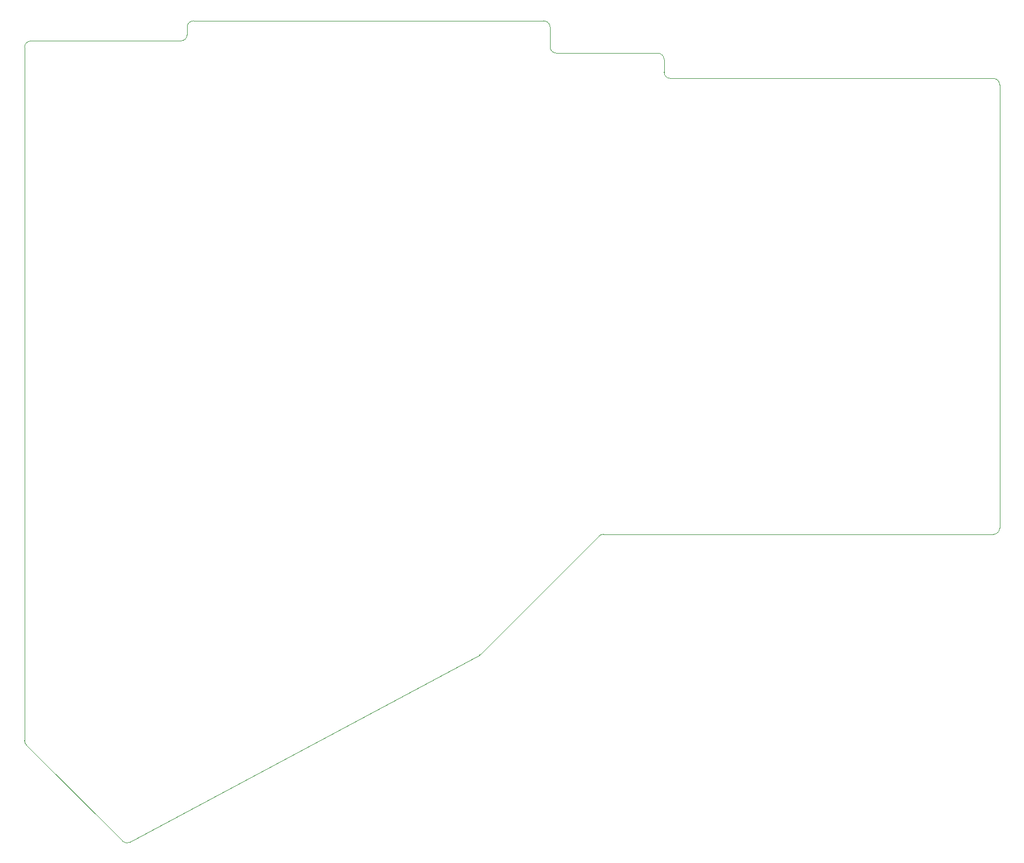
<source format=gbr>
%TF.GenerationSoftware,KiCad,Pcbnew,8.0.5*%
%TF.CreationDate,2024-10-11T21:29:17+02:00*%
%TF.ProjectId,vaucasy_right,76617563-6173-4795-9f72-696768742e6b,rev?*%
%TF.SameCoordinates,Original*%
%TF.FileFunction,Profile,NP*%
%FSLAX46Y46*%
G04 Gerber Fmt 4.6, Leading zero omitted, Abs format (unit mm)*
G04 Created by KiCad (PCBNEW 8.0.5) date 2024-10-11 21:29:17*
%MOMM*%
%LPD*%
G01*
G04 APERTURE LIST*
%TA.AperFunction,Profile*%
%ADD10C,0.050000*%
%TD*%
G04 APERTURE END LIST*
D10*
X50675000Y-28900000D02*
G75*
G02*
X51675000Y-27900000I1000000J0D01*
G01*
X50675000Y-28900000D02*
X50675000Y-30075000D01*
X126000000Y-34000000D02*
X126000000Y-36000000D01*
X50675000Y-30075000D02*
G75*
G02*
X49675000Y-31075000I-1000000J0D01*
G01*
X125000000Y-33000000D02*
G75*
G02*
X126000000Y-34000000I0J-1000000D01*
G01*
X81725000Y-27900000D02*
X51675000Y-27900000D01*
X49675000Y-31075000D02*
X26000000Y-31075000D01*
X107000000Y-27900000D02*
G75*
G02*
X108000000Y-28900000I0J-1000000D01*
G01*
X40475061Y-157475061D02*
X25292893Y-142292893D01*
X127000000Y-37000000D02*
G75*
G02*
X126000000Y-36000000I0J1000000D01*
G01*
X25000000Y-141585786D02*
X25000000Y-32075000D01*
X25000000Y-32075000D02*
G75*
G02*
X26000000Y-31075000I1000000J0D01*
G01*
X179000000Y-38000000D02*
X179000000Y-108000000D01*
X109000000Y-33000000D02*
X125000000Y-33000000D01*
X115707107Y-109292893D02*
X97104551Y-127895449D01*
X178000000Y-109000000D02*
X116414214Y-109000000D01*
X96869666Y-128069822D02*
X41654390Y-157649434D01*
X127000000Y-37000000D02*
X178000000Y-37000000D01*
X108000000Y-28900000D02*
X108000000Y-32000000D01*
X109000000Y-33000000D02*
G75*
G02*
X108000000Y-32000000I0J1000000D01*
G01*
X41654390Y-157649434D02*
G75*
G02*
X40475081Y-157475041I-472190J881534D01*
G01*
X97104551Y-127895449D02*
G75*
G02*
X96869667Y-128069825I-707151J707149D01*
G01*
X178000000Y-37000000D02*
G75*
G02*
X179000000Y-38000000I0J-1000000D01*
G01*
X25292893Y-142292893D02*
G75*
G02*
X25000010Y-141585786I707107J707093D01*
G01*
X81725000Y-27900000D02*
X107000000Y-27900000D01*
X179000000Y-108000000D02*
G75*
G02*
X178000000Y-109000000I-1000000J0D01*
G01*
X115707107Y-109292893D02*
G75*
G02*
X116414214Y-109000010I707093J-707107D01*
G01*
M02*

</source>
